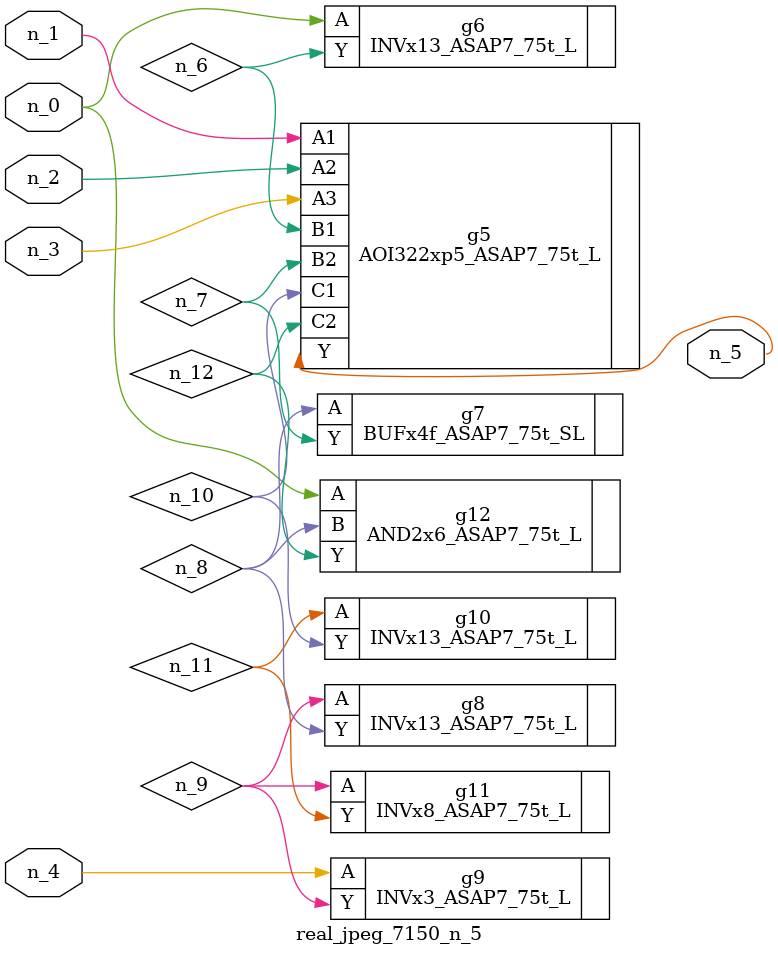
<source format=v>
module real_jpeg_7150_n_5 (n_4, n_0, n_1, n_2, n_3, n_5);

input n_4;
input n_0;
input n_1;
input n_2;
input n_3;

output n_5;

wire n_12;
wire n_8;
wire n_11;
wire n_6;
wire n_7;
wire n_10;
wire n_9;

INVx13_ASAP7_75t_L g6 ( 
.A(n_0),
.Y(n_6)
);

AND2x6_ASAP7_75t_L g12 ( 
.A(n_0),
.B(n_8),
.Y(n_12)
);

AOI322xp5_ASAP7_75t_L g5 ( 
.A1(n_1),
.A2(n_2),
.A3(n_3),
.B1(n_6),
.B2(n_7),
.C1(n_10),
.C2(n_12),
.Y(n_5)
);

INVx3_ASAP7_75t_L g9 ( 
.A(n_4),
.Y(n_9)
);

BUFx4f_ASAP7_75t_SL g7 ( 
.A(n_8),
.Y(n_7)
);

INVx13_ASAP7_75t_L g8 ( 
.A(n_9),
.Y(n_8)
);

INVx8_ASAP7_75t_L g11 ( 
.A(n_9),
.Y(n_11)
);

INVx13_ASAP7_75t_L g10 ( 
.A(n_11),
.Y(n_10)
);


endmodule
</source>
